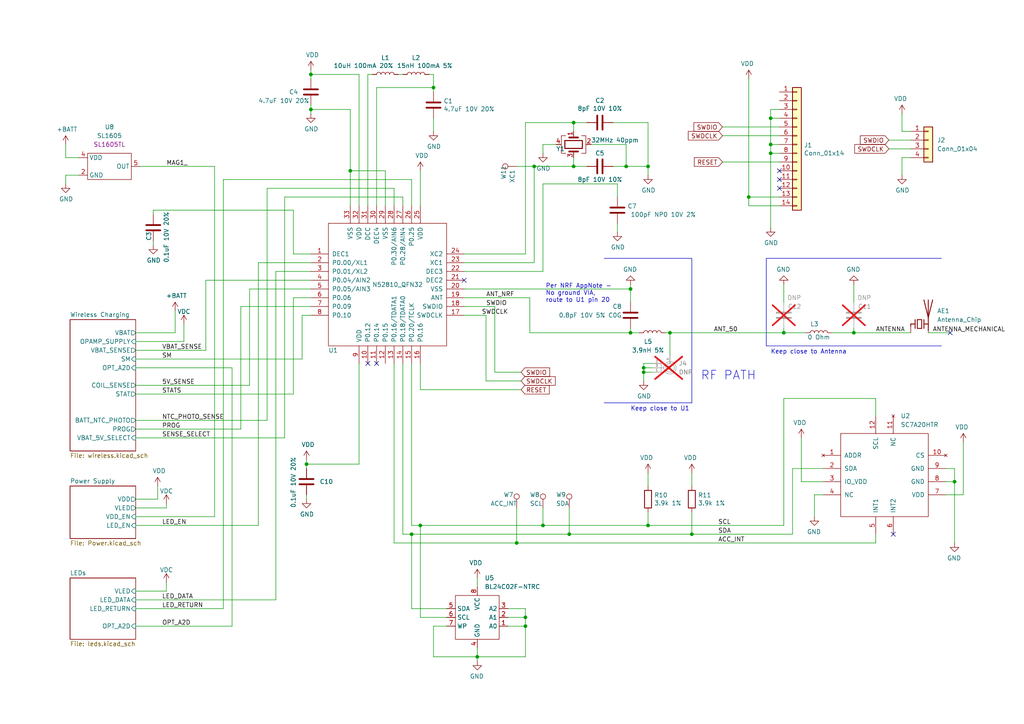
<source format=kicad_sch>
(kicad_sch (version 20250114) (generator "eeschema") (generator_version "9.0")
  (paper "A4")
  (title_block (title "Pixels D6V10 Schematic, Main") (date "2025-10-10") (rev "13") (company "Systemic Games, LLC") (comment 1 "Main MCU, Accelerometer and Radio"))
  (lib_symbols
    (symbol "Connector_Generic:Conn_01x04" (pin_names (offset 1.016) (hide yes))
      (property "Reference" "J" (at 0 5.08 0))
      (property "Value" "Conn_01x04" (at 0 -7.62 0))
      (symbol "Conn_01x04_1_1"
        (rectangle (start -1.27 3.81) (end 1.27 -6.35) (stroke (width 0.254)) (fill (type background)))
        (rectangle (start -1.27 2.667) (end 0 2.413) (stroke (width 0.1524)))
        (rectangle (start -1.27 0.127) (end 0 -0.127) (stroke (width 0.1524)))
        (rectangle (start -1.27 -2.413) (end 0 -2.667) (stroke (width 0.1524)))
        (rectangle (start -1.27 -4.953) (end 0 -5.207) (stroke (width 0.1524)))
        (pin passive line (at -5.08 2.54 0) (length 3.81) (name "Pin_1") (number "1"))
        (pin passive line (at -5.08 0 0) (length 3.81) (name "Pin_2") (number "2"))
        (pin passive line (at -5.08 -2.54 0) (length 3.81) (name "Pin_3") (number "3"))
        (pin passive line (at -5.08 -5.08 0) (length 3.81) (name "Pin_4") (number "4"))
      )
    )
    (symbol "Connector_Generic:Conn_01x14" (pin_names (offset 1.016) (hide yes))
      (property "Reference" "J" (at 0 17.78 0))
      (property "Value" "Conn_01x14" (at 0 -20.32 0))
      (symbol "Conn_01x14_1_1"
        (rectangle (start -1.27 16.51) (end 1.27 -19.05) (stroke (width 0.254)) (fill (type background)))
        (rectangle (start -1.27 15.367) (end 0 15.113) (stroke (width 0.1524)))
        (rectangle (start -1.27 12.827) (end 0 12.573) (stroke (width 0.1524)))
        (rectangle (start -1.27 10.287) (end 0 10.033) (stroke (width 0.1524)))
        (rectangle (start -1.27 7.747) (end 0 7.493) (stroke (width 0.1524)))
        (rectangle (start -1.27 5.207) (end 0 4.953) (stroke (width 0.1524)))
        (rectangle (start -1.27 2.667) (end 0 2.413) (stroke (width 0.1524)))
        (rectangle (start -1.27 0.127) (end 0 -0.127) (stroke (width 0.1524)))
        (rectangle (start -1.27 -2.413) (end 0 -2.667) (stroke (width 0.1524)))
        (rectangle (start -1.27 -4.953) (end 0 -5.207) (stroke (width 0.1524)))
        (rectangle (start -1.27 -7.493) (end 0 -7.747) (stroke (width 0.1524)))
        (rectangle (start -1.27 -10.033) (end 0 -10.287) (stroke (width 0.1524)))
        (rectangle (start -1.27 -12.573) (end 0 -12.827) (stroke (width 0.1524)))
        (rectangle (start -1.27 -15.113) (end 0 -15.367) (stroke (width 0.1524)))
        (rectangle (start -1.27 -17.653) (end 0 -17.907) (stroke (width 0.1524)))
        (pin passive line (at -5.08 15.24 0) (length 3.81) (name "Pin_1") (number "1"))
        (pin passive line (at -5.08 12.7 0) (length 3.81) (name "Pin_2") (number "2"))
        (pin passive line (at -5.08 10.16 0) (length 3.81) (name "Pin_3") (number "3"))
        (pin passive line (at -5.08 7.62 0) (length 3.81) (name "Pin_4") (number "4"))
        (pin passive line (at -5.08 5.08 0) (length 3.81) (name "Pin_5") (number "5"))
        (pin passive line (at -5.08 2.54 0) (length 3.81) (name "Pin_6") (number "6"))
        (pin passive line (at -5.08 0 0) (length 3.81) (name "Pin_7") (number "7"))
        (pin passive line (at -5.08 -2.54 0) (length 3.81) (name "Pin_8") (number "8"))
        (pin passive line (at -5.08 -5.08 0) (length 3.81) (name "Pin_9") (number "9"))
        (pin passive line (at -5.08 -7.62 0) (length 3.81) (name "Pin_10") (number "10"))
        (pin passive line (at -5.08 -10.16 0) (length 3.81) (name "Pin_11") (number "11"))
        (pin passive line (at -5.08 -12.7 0) (length 3.81) (name "Pin_12") (number "12"))
        (pin passive line (at -5.08 -15.24 0) (length 3.81) (name "Pin_13") (number "13"))
        (pin passive line (at -5.08 -17.78 0) (length 3.81) (name "Pin_14") (number "14"))
      )
    )
    (symbol "Device:Antenna_Chip" (pin_numbers (hide yes)) (pin_names (offset 1.016) (hide yes))
      (property "Reference" "AE" (at 0 5.08 0))
      (property "Value" "Antenna_Chip" (at 0 3.175 0))
      (symbol "Antenna_Chip_0_1"
        (polyline (pts (xy -2.54 0) (xy -2.54 -0.635)) (stroke (width 0.254)))
        (polyline (pts (xy -2.54 0) (xy -1.27 0)) (stroke (width 0.254)))
        (polyline (pts (xy -1.27 1.27) (xy -1.27 -1.27) (xy -1.27 0)) (stroke (width 0.254)))
        (polyline (pts (xy -0.635 1.27) (xy 0.635 1.27) (xy 0.635 -1.27) (xy -0.635 -1.27) (xy -0.635 1.27)) (stroke (width 0.254)))
        (polyline (pts (xy 1.27 1.27) (xy 1.27 -1.27)) (stroke (width 0.254)))
        (polyline (pts (xy 1.27 0) (xy 2.54 0)) (stroke (width 0.254)))
        (polyline (pts (xy 2.54 6.985) (xy 2.54 -1.905)) (stroke (width 0.254)))
        (polyline (pts (xy 2.54 -0.635) (xy 2.54 0)))
        (polyline (pts (xy 3.81 6.985) (xy 2.54 1.905) (xy 1.27 6.985)) (stroke (width 0.254)))
      )
      (symbol "Antenna_Chip_1_1"
        (pin input line (at -2.54 -2.54 90) (length 2.54) (name "FEED") (number "1"))
        (pin passive line (at 2.54 -2.54 90) (length 2.54) (name "PCB_Trace") (number "2"))
      )
    )
    (symbol "Device:C" (pin_numbers (hide yes)) (pin_names (offset 0.254))
      (property "Reference" "C" (at 0.635 2.54 0))
      (property "Value" "C" (at 0.635 -2.54 0))
      (symbol "C_0_1"
        (polyline (pts (xy -2.032 0.762) (xy 2.032 0.762)) (stroke (width 0.508)))
        (polyline (pts (xy -2.032 -0.762) (xy 2.032 -0.762)) (stroke (width 0.508)))
      )
      (symbol "C_1_1"
        (pin passive line (at 0 3.81 270) (length 2.794) (name "~") (number "1"))
        (pin passive line (at 0 -3.81 90) (length 2.794) (name "~") (number "2"))
      )
    )
    (symbol "Device:Crystal_GND24" (pin_names (offset 1.016) (hide yes))
      (property "Reference" "Y" (at 3.175 5.08 0))
      (property "Value" "Crystal_GND24" (at 3.175 3.175 0))
      (symbol "Crystal_GND24_0_1"
        (polyline (pts (xy -2.54 2.286) (xy -2.54 3.556) (xy 2.54 3.556) (xy 2.54 2.286)))
        (polyline (pts (xy -2.54 0) (xy -2.032 0)))
        (polyline (pts (xy -2.54 -2.286) (xy -2.54 -3.556) (xy 2.54 -3.556) (xy 2.54 -2.286)))
        (polyline (pts (xy -2.032 -1.27) (xy -2.032 1.27)) (stroke (width 0.508)))
        (rectangle (start -1.143 2.54) (end 1.143 -2.54) (stroke (width 0.3048)))
        (polyline (pts (xy 0 3.556) (xy 0 3.81)))
        (polyline (pts (xy 0 -3.81) (xy 0 -3.556)))
        (polyline (pts (xy 2.032 0) (xy 2.54 0)))
        (polyline (pts (xy 2.032 -1.27) (xy 2.032 1.27)) (stroke (width 0.508)))
      )
      (symbol "Crystal_GND24_1_1"
        (pin passive line (at -3.81 0 0) (length 1.27) (name "1") (number "1"))
        (pin passive line (at 0 5.08 270) (length 1.27) (name "2") (number "2"))
        (pin passive line (at 0 -5.08 90) (length 1.27) (name "4") (number "4"))
        (pin passive line (at 3.81 0 180) (length 1.27) (name "3") (number "3"))
      )
    )
    (symbol "Device:L" (pin_numbers (hide yes)) (pin_names (offset 1.016) (hide yes))
      (property "Reference" "L" (at -1.27 0 90))
      (property "Value" "L" (at 1.905 0 90))
      (symbol "L_0_1"
        (arc (start 0 2.54) (mid 0.6323 1.905) (end 0 1.27))
        (arc (start 0 1.27) (mid 0.6323 0.635) (end 0 0))
        (arc (start 0 0) (mid 0.6323 -0.635) (end 0 -1.27))
        (arc (start 0 -1.27) (mid 0.6323 -1.905) (end 0 -2.54))
      )
      (symbol "L_1_1"
        (pin passive line (at 0 3.81 270) (length 1.27) (name "1") (number "1"))
        (pin passive line (at 0 -3.81 90) (length 1.27) (name "2") (number "2"))
      )
    )
    (symbol "Device:R" (pin_numbers (hide yes)) (pin_names (offset 0))
      (property "Reference" "R" (at 2.032 0 90))
      (property "Value" "R" (at 0 0 90))
      (symbol "R_0_1"
        (rectangle (start -1.016 -2.54) (end 1.016 2.54) (stroke (width 0.254)))
      )
      (symbol "R_1_1"
        (pin passive line (at 0 3.81 270) (length 1.27) (name "~") (number "1"))
        (pin passive line (at 0 -3.81 90) (length 1.27) (name "~") (number "2"))
      )
    )
    (symbol "Pixels-dice:BL24C02F-NTRC"
      (property "Reference" "U" (at 2.286 -11.176 0))
      (property "Value" "BL24C02F-NTRC" (at 9.398 -9.144 0))
      (symbol "BL24C02F-NTRC_0_1"
        (rectangle (start -6.35 6.35) (end 6.35 -6.35))
      )
      (symbol "BL24C02F-NTRC_1_1"
        (pin bidirectional line (at -8.89 2.54 0) (length 2.54) (name "SDA") (number "5"))
        (pin input line (at -8.89 0 0) (length 2.54) (name "SCL") (number "6"))
        (pin input line (at -8.89 -2.54 0) (length 2.54) (name "WP") (number "7"))
        (pin power_in line (at 0 8.89 270) (length 2.54) (name "VCC") (number "8"))
        (pin power_in line (at 0 -8.89 90) (length 2.54) (name "GND") (number "4"))
        (pin input line (at 8.89 2.54 180) (length 2.54) (name "A2") (number "3"))
        (pin input line (at 8.89 0 180) (length 2.54) (name "A1") (number "2"))
        (pin input line (at 8.89 -2.54 180) (length 2.54) (name "A0") (number "1"))
      )
    )
    (symbol "Pixels-dice:N52810_QFN32" (pin_names (offset 1.016))
      (property "Reference" "U" (at 13.97 -19.05 0))
      (property "Value" "N52810_QFN32" (at 2.54 0 0))
      (symbol "N52810_QFN32_0_1"
        (rectangle (start -17.78 17.78) (end 16.51 -17.78))
      )
      (symbol "N52810_QFN32_1_1"
        (pin power_out line (at -22.86 8.89 0) (length 5.08) (name "DEC1") (number "1"))
        (pin bidirectional line (at -22.86 6.35 0) (length 5.08) (name "P0.00/XL1") (number "2"))
        (pin bidirectional line (at -22.86 3.81 0) (length 5.08) (name "P0.01/XL2") (number "3"))
        (pin bidirectional line (at -22.86 1.27 0) (length 5.08) (name "P0.04/AIN2") (number "4"))
        (pin bidirectional line (at -22.86 -1.27 0) (length 5.08) (name "P0.05/AIN3") (number "5"))
        (pin bidirectional line (at -22.86 -3.81 0) (length 5.08) (name "P0.06") (number "6"))
        (pin bidirectional line (at -22.86 -6.35 0) (length 5.08) (name "P0.09") (number "7"))
        (pin bidirectional line (at -22.86 -8.89 0) (length 5.08) (name "P0.10") (number "8"))
        (pin power_in line (at -11.43 22.86 270) (length 5.08) (name "VSS") (number "33"))
        (pin power_in line (at -8.89 22.86 270) (length 5.08) (name "VDD") (number "32"))
        (pin power_in line (at -8.89 -22.86 90) (length 5.08) (name "VDD") (number "9"))
        (pin output line (at -6.35 22.86 270) (length 5.08) (name "DCC") (number "31"))
        (pin bidirectional line (at -6.35 -22.86 90) (length 5.08) (name "P0.12") (number "10"))
        (pin output line (at -3.81 22.86 270) (length 5.08) (name "DEC4") (number "30"))
        (pin bidirectional line (at -3.81 -22.86 90) (length 5.08) (name "P0.14") (number "11"))
        (pin power_in line (at -1.27 22.86 270) (length 5.08) (name "VSS") (number "29"))
        (pin bidirectional line (at -1.27 -22.86 90) (length 5.08) (name "P0.15") (number "12"))
        (pin bidirectional line (at 1.27 22.86 270) (length 5.08) (name "P0.30/AIN6") (number "28"))
        (pin bidirectional line (at 1.27 -22.86 90) (length 5.08) (name "P0.16/TDATA1") (number "13"))
        (pin bidirectional line (at 3.81 22.86 270) (length 5.08) (name "P0.28/AIN4") (number "27"))
        (pin bidirectional line (at 3.81 -22.86 90) (length 5.08) (name "P0.18/TDATA0") (number "14"))
        (pin bidirectional line (at 6.35 22.86 270) (length 5.08) (name "P0.25") (number "26"))
        (pin bidirectional line (at 6.35 -22.86 90) (length 5.08) (name "P0.20/TCLK") (number "15"))
        (pin power_in line (at 8.89 22.86 270) (length 5.08) (name "VDD") (number "25"))
        (pin bidirectional line (at 8.89 -22.86 90) (length 5.08) (name "P0.16") (number "16"))
        (pin input line (at 21.59 8.89 180) (length 5.08) (name "XC2") (number "24"))
        (pin output line (at 21.59 6.35 180) (length 5.08) (name "XC1") (number "23"))
        (pin output line (at 21.59 3.81 180) (length 5.08) (name "DEC3") (number "22"))
        (pin output line (at 21.59 1.27 180) (length 5.08) (name "DEC2") (number "21"))
        (pin output line (at 21.59 -1.27 180) (length 5.08) (name "VSS") (number "20"))
        (pin output line (at 21.59 -3.81 180) (length 5.08) (name "ANT") (number "19"))
        (pin bidirectional line (at 21.59 -6.35 180) (length 5.08) (name "SWDIO") (number "18"))
        (pin bidirectional line (at 21.59 -8.89 180) (length 5.08) (name "SWDCLK") (number "17"))
      )
    )
    (symbol "Pixels-dice:SC7A20HTR" (pin_names (offset 1.016))
      (property "Reference" "U" (at 10.16 -12.7 0))
      (property "Value" "SC7A20HTR" (at 8.89 13.97 0))
      (symbol "SC7A20HTR_0_1"
        (rectangle (start -12.7 12.7) (end 12.7 -11.43))
      )
      (symbol "SC7A20HTR_1_1"
        (pin no_connect line (at -17.78 6.35 0) (length 5.08) (name "ADDR") (number "1"))
        (pin bidirectional line (at -17.78 2.54 0) (length 5.08) (name "SDA") (number "2"))
        (pin power_in line (at -17.78 -1.27 0) (length 5.08) (name "IO_VDD") (number "3"))
        (pin input line (at -17.78 -5.08 0) (length 5.08) (name "NC") (number "4"))
        (pin input line (at -2.54 17.78 270) (length 5.08) (name "SCL") (number "12"))
        (pin output line (at -2.54 -16.51 90) (length 5.08) (name "INT1") (number "5"))
        (pin no_connect line (at 2.54 17.78 270) (length 5.08) (name "NC") (number "11"))
        (pin output line (at 2.54 -16.51 90) (length 5.08) (name "INT2") (number "6"))
        (pin no_connect line (at 17.78 6.35 180) (length 5.08) (name "CS") (number "10"))
        (pin power_in line (at 17.78 2.54 180) (length 5.08) (name "GND") (number "9"))
        (pin power_in line (at 17.78 -1.27 180) (length 5.08) (name "GND") (number "8"))
        (pin power_in line (at 17.78 -5.08 180) (length 5.08) (name "VDD") (number "7"))
      )
    )
    (symbol "Pixels-dice:SL1605"
      (property "Reference" "U" (at 4.064 -5.08 0))
      (property "Value" "SL1605" (at 0 5.588 0))
      (symbol "SL1605_0_1"
        (rectangle (start -6.35 3.81) (end 6.35 -3.81))
      )
      (symbol "SL1605_1_1"
        (pin power_in line (at -8.89 2.54 0) (length 2.54) (name "VDD") (number "4"))
        (pin power_in line (at -8.89 -2.54 0) (length 2.54) (name "GND") (number "2"))
        (pin output line (at 8.89 0 180) (length 2.54) (name "OUT") (number "5"))
      )
    )
    (symbol "Pixels-dice:TEST_1P-conn" (pin_numbers (hide yes)) (pin_names (offset 0.762) (hide yes))
      (property "Reference" "W" (at 0 6.858 0))
      (property "Value" "TEST_1P-conn" (at 0 5.08 0))
      (symbol "TEST_1P-conn_0_1"
        (circle (center 0 3.302) (radius 0.762))
      )
      (symbol "TEST_1P-conn_1_1"
        (pin passive line (at 0 0 90) (length 2.54) (name "1") (number "1"))
      )
    )
    (symbol "Pixels-dice:W.FL"
      (property "Reference" "J" (at 3.81 -1.27 0))
      (property "Value" "W.FL" (at 4.445 1.27 0))
      (symbol "W.FL_0_1"
        (polyline (pts (xy -1.27 -2.54) (xy 1.27 -2.54)))
        (circle (center 0 0) (radius 1.27))
        (circle (center 0 0) (radius 1.7961))
        (polyline (pts (xy 0 -2.54) (xy 0 -1.905)))
      )
      (symbol "W.FL_1_1"
        (pin passive line (at -3.81 0 0) (length 2.54) (name "RF") (number "4"))
        (pin passive line (at -1.27 -5.08 90) (length 2.54) (name "") (number "2"))
        (pin passive line (at 0 -5.08 90) (length 2.54) (name "") (number "3"))
        (pin passive line (at 1.27 -5.08 90) (length 2.54) (name "") (number "1"))
      )
    )
    (symbol "power:+BATT" (power) (pin_names (offset 0))
      (property "Value" "+BATT" (at 0 3.556 0))
      (symbol "+BATT_0_1"
        (polyline (pts (xy -0.762 1.27) (xy 0 2.54)))
        (polyline (pts (xy 0 2.54) (xy 0.762 1.27)))
        (polyline (pts (xy 0 0) (xy 0 2.54)))
      )
      (symbol "+BATT_1_1"
        (pin power_in line (at 0 0 90) (length 0) (hide yes) (name "+BATT") (number "1"))
      )
    )
    (symbol "power:GND" (power) (pin_names (offset 0))
      (property "Value" "GND" (at 0 -3.81 0))
      (symbol "GND_0_1"
        (polyline (pts (xy 0 0) (xy 0 -1.27) (xy 1.27 -1.27) (xy 0 -2.54) (xy -1.27 -1.27) (xy 0 -1.27)))
      )
      (symbol "GND_1_1"
        (pin power_in line (at 0 0 270) (length 0) (hide yes) (name "GND") (number "1"))
      )
    )
    (symbol "power:VDC" (power) (pin_names (offset 0))
      (property "Value" "VDC" (at 0 6.35 0))
      (symbol "VDC_0_1"
        (polyline (pts (xy -0.762 1.27) (xy 0 2.54)))
        (polyline (pts (xy 0 2.54) (xy 0.762 1.27)))
        (polyline (pts (xy 0 0) (xy 0 2.54)))
      )
      (symbol "VDC_1_1"
        (pin power_in line (at 0 0 90) (length 0) (hide yes) (name "VDC") (number "1"))
      )
    )
    (symbol "power:VDD" (power) (pin_names (offset 0))
      (property "Value" "VDD" (at 0 3.81 0))
      (symbol "VDD_0_1"
        (polyline (pts (xy -0.762 1.27) (xy 0 2.54)))
        (polyline (pts (xy 0 2.54) (xy 0.762 1.27)))
        (polyline (pts (xy 0 0) (xy 0 2.54)))
      )
      (symbol "VDD_1_1"
        (pin power_in line (at 0 0 90) (length 0) (hide yes) (name "VDD") (number "1"))
      )
    )
  )
  (text "Per NRF AppNote -\nNo ground VIA,\nroute to U1 pin 20" (at 158.242 87.884 0) (effects (font (size 1.27 1.27)) (justify left bottom)))
  (text "RF PATH" (at 203.2 110.49 0) (effects (font (size 2.54 2.54)) (justify left bottom)))
  (text "Keep close to Antenna" (at 223.52 102.87 0) (effects (font (size 1.27 1.27)) (justify left bottom)))
  (text "Keep close to U1" (at 182.88 119.38 0) (effects (font (size 1.27 1.27)) (justify left bottom)))
  (junction (at 138.43 190.5))
  (junction (at 101.6 49.53))
  (junction (at 181.61 48.26))
  (junction (at 194.31 96.52))
  (junction (at 187.96 152.4))
  (junction (at 166.37 48.26))
  (junction (at 223.52 41.91))
  (junction (at 149.86 157.48))
  (junction (at 165.1 154.94))
  (junction (at 200.66 154.94))
  (junction (at 182.88 96.52))
  (junction (at 227.33 96.52))
  (junction (at 125.73 25.4))
  (junction (at 182.88 83.82))
  (junction (at 152.4 181.61))
  (junction (at 90.17 21.59))
  (junction (at 223.52 34.29))
  (junction (at 88.9 134.62))
  (junction (at 247.65 96.52))
  (junction (at 187.96 48.26))
  (junction (at 121.92 152.4))
  (junction (at 217.17 57.15))
  (junction (at 119.38 154.94))
  (junction (at 157.48 152.4))
  (junction (at 90.17 31.75))
  (junction (at 152.4 179.07))
  (junction (at 223.52 44.45))
  (junction (at 186.69 107.95))
  (junction (at 276.86 139.7))
  (junction (at 154.94 48.26))
  (junction (at 166.37 35.56))
  (junction (at 186.69 106.68))
  (no_connect (at 275.59 96.52))
  (no_connect (at 226.06 49.53))
  (no_connect (at 259.08 154.94))
  (no_connect (at 226.06 52.07))
  (no_connect (at 134.62 81.28))
  (no_connect (at 106.68 105.41))
  (no_connect (at 226.06 54.61))
  (no_connect (at 109.22 105.41))
  (wire (pts (xy 101.6 31.75) (xy 90.17 31.75)))
  (wire (pts (xy 101.6 59.69) (xy 101.6 49.53)))
  (wire (pts (xy 125.73 190.5) (xy 138.43 190.5)))
  (wire (pts (xy 209.55 46.99) (xy 226.06 46.99)))
  (wire (pts (xy 149.86 147.32) (xy 149.86 157.48)))
  (wire (pts (xy 181.61 41.91) (xy 181.61 48.26)))
  (wire (pts (xy 80.01 78.74) (xy 90.17 78.74)))
  (wire (pts (xy 149.86 48.26) (xy 154.94 48.26)))
  (wire (pts (xy 154.94 76.2) (xy 154.94 48.26)))
  (wire (pts (xy 90.17 20.32) (xy 90.17 21.59)))
  (wire (pts (xy 67.31 106.68) (xy 67.31 181.61)))
  (wire (pts (xy 48.26 146.05) (xy 48.26 147.32)))
  (wire (pts (xy 90.17 88.9) (xy 69.85 88.9)))
  (wire (pts (xy 152.4 181.61) (xy 152.4 190.5)))
  (wire (pts (xy 67.31 181.61) (xy 39.37 181.61)))
  (wire (pts (xy 177.8 48.26) (xy 181.61 48.26)))
  (wire (pts (xy 140.97 110.49) (xy 151.13 110.49)))
  (wire (pts (xy 39.37 104.14) (xy 87.63 104.14)))
  (wire (pts (xy 119.38 52.07) (xy 64.77 52.07)))
  (wire (pts (xy 114.3 157.48) (xy 114.3 105.41)))
  (wire (pts (xy 223.52 31.75) (xy 223.52 34.29)))
  (polyline (pts (xy 222.25 74.93) (xy 222.25 100.33)))
  (wire (pts (xy 134.62 73.66) (xy 152.4 73.66)))
  (wire (pts (xy 187.96 35.56) (xy 187.96 48.26)))
  (wire (pts (xy 39.37 173.99) (xy 80.01 173.99)))
  (wire (pts (xy 166.37 35.56) (xy 170.18 35.56)))
  (wire (pts (xy 87.63 91.44) (xy 90.17 91.44)))
  (wire (pts (xy 217.17 57.15) (xy 217.17 59.69)))
  (wire (pts (xy 189.23 106.68) (xy 186.69 106.68)))
  (wire (pts (xy 226.06 57.15) (xy 217.17 57.15)))
  (wire (pts (xy 85.09 86.36) (xy 90.17 86.36)))
  (polyline (pts (xy 222.25 100.33) (xy 273.05 100.33)))
  (wire (pts (xy 134.62 86.36) (xy 153.67 86.36)))
  (wire (pts (xy 39.37 147.32) (xy 48.26 147.32)))
  (wire (pts (xy 59.69 81.28) (xy 59.69 101.6)))
  (wire (pts (xy 152.4 179.07) (xy 152.4 181.61)))
  (wire (pts (xy 121.92 152.4) (xy 121.92 179.07)))
  (wire (pts (xy 186.69 105.41) (xy 186.69 106.68)))
  (wire (pts (xy 226.06 44.45) (xy 223.52 44.45)))
  (wire (pts (xy 125.73 34.29) (xy 125.73 38.1)))
  (wire (pts (xy 39.37 111.76) (xy 72.39 111.76)))
  (wire (pts (xy 107.95 21.59) (xy 106.68 21.59)))
  (wire (pts (xy 39.37 171.45) (xy 48.26 171.45)))
  (wire (pts (xy 88.9 134.62) (xy 88.9 135.89)))
  (wire (pts (xy 182.88 95.25) (xy 182.88 96.52)))
  (wire (pts (xy 134.62 83.82) (xy 182.88 83.82)))
  (wire (pts (xy 88.9 134.62) (xy 104.14 134.62)))
  (wire (pts (xy 149.86 157.48) (xy 254 157.48)))
  (wire (pts (xy 121.92 113.03) (xy 151.13 113.03)))
  (wire (pts (xy 39.37 127) (xy 82.55 127)))
  (wire (pts (xy 77.47 54.61) (xy 114.3 54.61)))
  (wire (pts (xy 39.37 149.86) (xy 62.23 149.86)))
  (wire (pts (xy 152.4 73.66) (xy 152.4 35.56)))
  (wire (pts (xy 53.34 93.98) (xy 53.34 99.06)))
  (wire (pts (xy 134.62 88.9) (xy 143.51 88.9)))
  (wire (pts (xy 226.06 34.29) (xy 223.52 34.29)))
  (wire (pts (xy 153.67 96.52) (xy 182.88 96.52)))
  (wire (pts (xy 39.37 106.68) (xy 67.31 106.68)))
  (wire (pts (xy 254 115.57) (xy 227.33 115.57)))
  (wire (pts (xy 85.09 114.3) (xy 39.37 114.3)))
  (wire (pts (xy 88.9 134.62) (xy 88.9 133.35)))
  (wire (pts (xy 189.23 107.95) (xy 186.69 107.95)))
  (wire (pts (xy 143.51 107.95) (xy 151.13 107.95)))
  (wire (pts (xy 254 120.65) (xy 254 115.57)))
  (wire (pts (xy 69.85 88.9) (xy 69.85 124.46)))
  (wire (pts (xy 147.32 176.53) (xy 152.4 176.53)))
  (wire (pts (xy 116.84 57.15) (xy 116.84 59.69)))
  (wire (pts (xy 161.29 41.91) (xy 157.48 41.91)))
  (wire (pts (xy 257.81 43.18) (xy 264.16 43.18)))
  (wire (pts (xy 90.17 21.59) (xy 90.17 22.86)))
  (wire (pts (xy 40.64 48.26) (xy 62.23 48.26)))
  (wire (pts (xy 236.22 143.51) (xy 236.22 149.86)))
  (wire (pts (xy 121.92 49.53) (xy 121.92 59.69)))
  (wire (pts (xy 125.73 25.4) (xy 125.73 26.67)))
  (wire (pts (xy 45.72 144.78) (xy 45.72 140.97)))
  (wire (pts (xy 186.69 106.68) (xy 186.69 107.95)))
  (wire (pts (xy 274.32 139.7) (xy 276.86 139.7)))
  (wire (pts (xy 194.31 96.52) (xy 194.31 102.87)))
  (wire (pts (xy 209.55 39.37) (xy 226.06 39.37)))
  (wire (pts (xy 152.4 190.5) (xy 138.43 190.5)))
  (wire (pts (xy 125.73 181.61) (xy 125.73 190.5)))
  (wire (pts (xy 87.63 104.14) (xy 87.63 91.44)))
  (wire (pts (xy 82.55 57.15) (xy 82.55 127)))
  (wire (pts (xy 124.46 21.59) (xy 125.73 21.59)))
  (wire (pts (xy 125.73 25.4) (xy 109.22 25.4)))
  (wire (pts (xy 165.1 154.94) (xy 200.66 154.94)))
  (wire (pts (xy 90.17 76.2) (xy 74.93 76.2)))
  (wire (pts (xy 193.04 96.52) (xy 194.31 96.52)))
  (wire (pts (xy 177.8 35.56) (xy 187.96 35.56)))
  (wire (pts (xy 200.66 148.59) (xy 200.66 154.94)))
  (wire (pts (xy 19.05 41.91) (xy 19.05 45.72)))
  (wire (pts (xy 39.37 124.46) (xy 69.85 124.46)))
  (wire (pts (xy 119.38 154.94) (xy 165.1 154.94)))
  (polyline (pts (xy 175.26 116.84) (xy 200.66 116.84)))
  (wire (pts (xy 134.62 78.74) (xy 157.48 78.74)))
  (wire (pts (xy 152.4 176.53) (xy 152.4 179.07)))
  (wire (pts (xy 279.4 143.51) (xy 274.32 143.51)))
  (wire (pts (xy 154.94 48.26) (xy 166.37 48.26)))
  (wire (pts (xy 247.65 82.55) (xy 247.65 87.63)))
  (wire (pts (xy 39.37 99.06) (xy 53.34 99.06)))
  (wire (pts (xy 187.96 148.59) (xy 187.96 152.4)))
  (wire (pts (xy 72.39 111.76) (xy 72.39 83.82)))
  (wire (pts (xy 147.32 181.61) (xy 152.4 181.61)))
  (wire (pts (xy 209.55 36.83) (xy 226.06 36.83)))
  (wire (pts (xy 227.33 96.52) (xy 233.68 96.52)))
  (wire (pts (xy 62.23 149.86) (xy 62.23 48.26)))
  (wire (pts (xy 194.31 96.52) (xy 227.33 96.52)))
  (wire (pts (xy 238.76 135.89) (xy 229.87 135.89)))
  (wire (pts (xy 254 154.94) (xy 254 157.48)))
  (wire (pts (xy 138.43 167.64) (xy 138.43 170.18)))
  (polyline (pts (xy 200.66 74.93) (xy 200.66 116.84)))
  (wire (pts (xy 166.37 48.26) (xy 170.18 48.26)))
  (wire (pts (xy 182.88 82.55) (xy 182.88 83.82)))
  (wire (pts (xy 22.86 50.8) (xy 19.05 50.8)))
  (wire (pts (xy 179.07 53.34) (xy 179.07 57.15)))
  (wire (pts (xy 114.3 157.48) (xy 149.86 157.48)))
  (wire (pts (xy 261.62 33.02) (xy 261.62 38.1)))
  (wire (pts (xy 88.9 143.51) (xy 88.9 144.78)))
  (wire (pts (xy 90.17 31.75) (xy 90.17 33.02)))
  (wire (pts (xy 200.66 137.16) (xy 200.66 140.97)))
  (wire (pts (xy 157.48 152.4) (xy 187.96 152.4)))
  (wire (pts (xy 138.43 190.5) (xy 138.43 191.77)))
  (wire (pts (xy 134.62 76.2) (xy 154.94 76.2)))
  (wire (pts (xy 152.4 35.56) (xy 166.37 35.56)))
  (wire (pts (xy 116.84 154.94) (xy 119.38 154.94)))
  (wire (pts (xy 39.37 144.78) (xy 45.72 144.78)))
  (wire (pts (xy 19.05 50.8) (xy 19.05 53.34)))
  (wire (pts (xy 186.69 107.95) (xy 186.69 110.49)))
  (wire (pts (xy 39.37 121.92) (xy 77.47 121.92)))
  (wire (pts (xy 125.73 21.59) (xy 125.73 25.4)))
  (wire (pts (xy 200.66 154.94) (xy 229.87 154.94)))
  (wire (pts (xy 241.3 96.52) (xy 247.65 96.52)))
  (wire (pts (xy 74.93 76.2) (xy 74.93 152.4)))
  (wire (pts (xy 238.76 143.51) (xy 236.22 143.51)))
  (wire (pts (xy 217.17 22.86) (xy 217.17 57.15)))
  (wire (pts (xy 238.76 139.7) (xy 232.41 139.7)))
  (wire (pts (xy 72.39 83.82) (xy 90.17 83.82)))
  (wire (pts (xy 276.86 139.7) (xy 276.86 157.48)))
  (wire (pts (xy 90.17 73.66) (xy 85.09 73.66)))
  (wire (pts (xy 59.69 81.28) (xy 90.17 81.28)))
  (wire (pts (xy 227.33 82.55) (xy 227.33 87.63)))
  (wire (pts (xy 77.47 121.92) (xy 77.47 54.61)))
  (wire (pts (xy 232.41 127) (xy 232.41 139.7)))
  (wire (pts (xy 104.14 21.59) (xy 90.17 21.59)))
  (wire (pts (xy 261.62 38.1) (xy 264.16 38.1)))
  (wire (pts (xy 140.97 91.44) (xy 140.97 110.49)))
  (wire (pts (xy 101.6 49.53) (xy 101.6 31.75)))
  (wire (pts (xy 223.52 44.45) (xy 223.52 66.04)))
  (wire (pts (xy 171.45 41.91) (xy 181.61 41.91)))
  (polyline (pts (xy 175.26 74.93) (xy 200.66 74.93)))
  (wire (pts (xy 229.87 135.89) (xy 229.87 154.94)))
  (wire (pts (xy 276.86 135.89) (xy 276.86 139.7)))
  (wire (pts (xy 119.38 154.94) (xy 119.38 176.53)))
  (wire (pts (xy 226.06 41.91) (xy 223.52 41.91)))
  (wire (pts (xy 121.92 113.03) (xy 121.92 105.41)))
  (wire (pts (xy 153.67 86.36) (xy 153.67 96.52)))
  (polyline (pts (xy 222.25 74.93) (xy 273.05 74.93)))
  (wire (pts (xy 134.62 91.44) (xy 140.97 91.44)))
  (wire (pts (xy 165.1 147.32) (xy 165.1 154.94)))
  (wire (pts (xy 274.32 135.89) (xy 276.86 135.89)))
  (wire (pts (xy 44.45 69.85) (xy 44.45 71.12)))
  (wire (pts (xy 119.38 176.53) (xy 129.54 176.53)))
  (wire (pts (xy 111.76 59.69) (xy 111.76 49.53)))
  (wire (pts (xy 106.68 21.59) (xy 106.68 59.69)))
  (wire (pts (xy 111.76 49.53) (xy 101.6 49.53)))
  (wire (pts (xy 223.52 41.91) (xy 223.52 44.45)))
  (wire (pts (xy 138.43 187.96) (xy 138.43 190.5)))
  (wire (pts (xy 157.48 147.32) (xy 157.48 152.4)))
  (wire (pts (xy 44.45 60.96) (xy 85.09 60.96)))
  (wire (pts (xy 39.37 176.53) (xy 64.77 176.53)))
  (wire (pts (xy 121.92 152.4) (xy 157.48 152.4)))
  (wire (pts (xy 187.96 137.16) (xy 187.96 140.97)))
  (wire (pts (xy 119.38 59.69) (xy 119.38 52.07)))
  (wire (pts (xy 261.62 45.72) (xy 261.62 50.8)))
  (wire (pts (xy 143.51 88.9) (xy 143.51 107.95)))
  (wire (pts (xy 129.54 179.07) (xy 121.92 179.07)))
  (wire (pts (xy 64.77 52.07) (xy 64.77 176.53)))
  (wire (pts (xy 90.17 30.48) (xy 90.17 31.75)))
  (wire (pts (xy 279.4 128.27) (xy 279.4 143.51)))
  (wire (pts (xy 157.48 53.34) (xy 157.48 78.74)))
  (wire (pts (xy 19.05 45.72) (xy 22.86 45.72)))
  (wire (pts (xy 109.22 25.4) (xy 109.22 59.69)))
  (wire (pts (xy 80.01 78.74) (xy 80.01 173.99)))
  (wire (pts (xy 181.61 48.26) (xy 187.96 48.26)))
  (wire (pts (xy 247.65 96.52) (xy 264.16 96.52)))
  (wire (pts (xy 147.32 179.07) (xy 152.4 179.07)))
  (wire (pts (xy 39.37 152.4) (xy 74.93 152.4)))
  (wire (pts (xy 223.52 31.75) (xy 226.06 31.75)))
  (wire (pts (xy 39.37 96.52) (xy 50.8 96.52)))
  (wire (pts (xy 187.96 152.4) (xy 227.33 152.4)))
  (wire (pts (xy 119.38 152.4) (xy 121.92 152.4)))
  (wire (pts (xy 182.88 83.82) (xy 182.88 87.63)))
  (wire (pts (xy 179.07 64.77) (xy 179.07 67.31)))
  (wire (pts (xy 223.52 34.29) (xy 223.52 41.91)))
  (wire (pts (xy 82.55 57.15) (xy 116.84 57.15)))
  (wire (pts (xy 157.48 41.91) (xy 157.48 44.45)))
  (wire (pts (xy 119.38 105.41) (xy 119.38 152.4)))
  (wire (pts (xy 115.57 21.59) (xy 116.84 21.59)))
  (wire (pts (xy 261.62 45.72) (xy 264.16 45.72)))
  (wire (pts (xy 187.96 48.26) (xy 187.96 50.8)))
  (wire (pts (xy 166.37 45.72) (xy 166.37 48.26)))
  (wire (pts (xy 166.37 38.1) (xy 166.37 35.56)))
  (wire (pts (xy 179.07 53.34) (xy 157.48 53.34)))
  (wire (pts (xy 247.65 95.25) (xy 247.65 96.52)))
  (wire (pts (xy 269.24 96.52) (xy 275.59 96.52)))
  (wire (pts (xy 85.09 60.96) (xy 85.09 73.66)))
  (wire (pts (xy 182.88 96.52) (xy 185.42 96.52)))
  (wire (pts (xy 44.45 60.96) (xy 44.45 62.23)))
  (wire (pts (xy 116.84 105.41) (xy 116.84 154.94)))
  (wire (pts (xy 48.26 168.91) (xy 48.26 171.45)))
  (wire (pts (xy 104.14 21.59) (xy 104.14 59.69)))
  (wire (pts (xy 85.09 86.36) (xy 85.09 114.3)))
  (wire (pts (xy 129.54 181.61) (xy 125.73 181.61)))
  (wire (pts (xy 227.33 115.57) (xy 227.33 152.4)))
  (wire (pts (xy 114.3 54.61) (xy 114.3 59.69)))
  (wire (pts (xy 189.23 105.41) (xy 186.69 105.41)))
  (wire (pts (xy 217.17 59.69) (xy 226.06 59.69)))
  (wire (pts (xy 104.14 105.41) (xy 104.14 134.62)))
  (wire (pts (xy 50.8 90.17) (xy 50.8 96.52)))
  (wire (pts (xy 257.81 40.64) (xy 264.16 40.64)))
  (wire (pts (xy 227.33 95.25) (xy 227.33 96.52)))
  (wire (pts (xy 39.37 101.6) (xy 59.69 101.6)))
  (label "ANTENNA_MECHANICAL" (at 270.51 96.52 0))
  (label "PROG" (at 46.99 124.46 0))
  (label "ACC_INT" (at 208.28 157.48 0))
  (label "ANT_50" (at 207.01 96.52 0))
  (label "SWDCLK" (at 139.7 91.44 0))
  (label "VBAT_SENSE" (at 46.99 101.6 0))
  (label "SENSE_SELECT" (at 46.99 127 0))
  (label "5V_SENSE" (at 46.99 111.76 0))
  (label "NTC_PHOTO_SENSE" (at 46.99 121.92 0))
  (label "ANT_NRF" (at 140.97 86.36 0))
  (label "SDA" (at 208.28 154.94 0))
  (label "SM" (at 46.99 104.14 0))
  (label "LED_EN" (at 46.99 152.4 0))
  (label "ANTENNA" (at 254 96.52 0))
  (label "SWDIO" (at 140.97 88.9 0))
  (label "MAG1_" (at 48.26 48.26 0))
  (label "LED_RETURN" (at 46.99 176.53 0))
  (label "LED_DATA" (at 46.99 173.99 0))
  (label "SCL" (at 208.28 152.4 0))
  (label "OPT_A2D" (at 46.99 181.61 0))
  (label "STATS" (at 46.99 114.3 0))
  (global_label "SWDCLK" (shape input) (at 257.81 43.18 180) (property "Intersheetrefs" "${INTERSHEET_REFS}" (effects (hide yes))))
  (global_label "SWDIO" (shape input) (at 151.13 107.95 0) (property "Intersheetrefs" "${INTERSHEET_REFS}" (effects (hide yes))))
  (global_label "SWDCLK" (shape input) (at 209.55 39.37 180) (property "Intersheetrefs" "${INTERSHEET_REFS}" (effects (hide yes))))
  (global_label "RESET" (shape input) (at 209.55 46.99 180) (property "Intersheetrefs" "${INTERSHEET_REFS}" (effects (hide yes))))
  (global_label "SWDCLK" (shape input) (at 151.13 110.49 0) (property "Intersheetrefs" "${INTERSHEET_REFS}" (effects (hide yes))))
  (global_label "RESET" (shape input) (at 151.13 113.03 0) (property "Intersheetrefs" "${INTERSHEET_REFS}" (effects (hide yes))))
  (global_label "SWDIO" (shape input) (at 209.55 36.83 180) (property "Intersheetrefs" "${INTERSHEET_REFS}" (effects (hide yes))))
  (global_label "SWDIO" (shape input) (at 257.81 40.64 180) (property "Intersheetrefs" "${INTERSHEET_REFS}" (effects (hide yes))))
  (symbol (lib_id "power:GND") (at 88.9 144.78 0) (unit 1)
    (property "Reference" "#PWR016" (effects (hide yes)))
    (property "Value" "GND" (at 89.027 149.1742 0))
  )
  (symbol (lib_id "power:VDD") (at 88.9 133.35 0) (unit 1)
    (property "Reference" "#PWR014" (effects (hide yes)))
    (property "Value" "VDD" (at 89.3318 128.9558 0))
  )
  (symbol (lib_id "Device:C") (at 88.9 139.7 0) (unit 1)
    (property "Reference" "C10" (at 92.71 139.7 0) (effects (justify left)))
    (property "Value" "0.1uF 10V 20%" (at 85.09 147.32 90) (effects (justify left)))
    (property "Footprint" "Capacitor_SMD:C_0201_0603Metric" (effects (hide yes)))
    (property "Generic OK" "YES" (effects (hide yes)))
    (property "Manufacturer" "HRE" (effects (hide yes)))
    (property "Part Number" "CGA0201X5R104K100ET" (effects (hide yes)))
    (property "LCSC Part #" "C6119757" (effects (hide yes)))
  )
  (symbol (lib_id "power:GND") (at 90.17 33.02 0) (unit 1)
    (property "Reference" "#PWR08" (effects (hide yes)))
    (property "Value" "GND" (at 90.297 37.4142 0))
  )
  (symbol (lib_id "power:VDD") (at 90.17 20.32 0) (unit 1)
    (property "Reference" "#PWR01" (effects (hide yes)))
    (property "Value" "VDD" (at 90.6018 15.9258 0))
  )
  (symbol (lib_id "Device:C") (at 90.17 26.67 0) (unit 1)
    (property "Reference" "C4" (at 83.82 26.67 0) (effects (justify left)))
    (property "Value" "4.7uF 10V 20%" (at 74.93 29.21 0) (effects (justify left)))
    (property "Footprint" "Pixels-dice:C_0402_1005Metric" (effects (hide yes)))
    (property "Generic OK" "YES" (effects (hide yes)))
    (property "Manufacturer" "Murata" (effects (hide yes)))
    (property "Part Number" "GRM155R61A475MEAAJ" (effects (hide yes)))
    (property "Alternate Manufacturer" "Samsung Electro-Mechanics" (effects (hide yes)))
    (property "Alternate PN" "CL05A475MP5NRNC" (effects (hide yes)))
    (property "Alternate LCSC Part #" "C23733" (effects (hide yes)))
    (property "LCSC Part #" "C1849652" (effects (hide yes)))
  )
  (symbol (lib_id "power:GND") (at 44.45 71.12 0) (unit 1)
    (property "Reference" "#PWR05" (effects (hide yes)))
    (property "Value" "GND" (at 44.577 75.5142 0))
  )
  (symbol (lib_id "Device:C") (at 44.45 66.04 0) (unit 1)
    (property "Reference" "C3" (at 43.18 69.85 90) (effects (justify left)))
    (property "Value" "0.1uF 10V 20%" (at 48.26 76.2 90) (effects (justify left)))
    (property "Footprint" "Capacitor_SMD:C_0201_0603Metric" (effects (hide yes)))
    (property "Generic OK" "YES" (effects (hide yes)))
    (property "Manufacturer" "HRE" (effects (hide yes)))
    (property "Part Number" "CGA0201X5R104K100ET" (effects (hide yes)))
    (property "LCSC Part #" "C6119757" (effects (hide yes)))
  )
  (symbol (lib_id "Device:L") (at 111.76 21.59 90) (unit 1)
    (property "Reference" "L1" (at 111.76 16.764 90))
    (property "Value" "10uH 100mA 20%" (at 105.41 19.05 90))
    (property "Footprint" "Pixels-dice:C_1.2x1.8" (effects (hide yes)))
    (property "Generic OK" "YES" (effects (hide yes)))
    (property "Manufacturer" "Sunltech Tech" (effects (hide yes)))
    (property "Part Number" "SLC1608F100KTT" (effects (hide yes)))
    (property "LCSC Part #" "C411908" (effects (hide yes)))
  )
  (symbol (lib_id "Device:L") (at 120.65 21.59 90) (unit 1)
    (property "Reference" "L2" (at 120.65 16.764 90))
    (property "Value" "15nH 100mA 5%" (at 123.19 19.05 90))
    (property "Footprint" "Inductor_SMD:L_0402_1005Metric" (effects (hide yes)))
    (property "Generic OK" "YES" (effects (hide yes)))
    (property "Manufacturer" "FH" (effects (hide yes)))
    (property "Part Number" "VHF100505H15NKT" (effects (hide yes)))
    (property "LCSC Part #" "C381880" (effects (hide yes)))
  )
  (symbol (lib_id "Device:C") (at 125.73 30.48 0) (unit 1)
    (property "Reference" "C1" (at 128.651 29.3116 0) (effects (justify left)))
    (property "Value" "4.7uF 10V 20%" (at 128.651 31.623 0) (effects (justify left)))
    (property "Footprint" "Pixels-dice:C_0402_1005Metric" (effects (hide yes)))
    (property "Generic OK" "YES" (effects (hide yes)))
    (property "Manufacturer" "Murata" (effects (hide yes)))
    (property "Part Number" "GRM155R61A475MEAAJ" (effects (hide yes)))
    (property "Alternate Manufacturer" "Samsung Electro-Mechanics" (effects (hide yes)))
    (property "Alternate PN" "CL05A475MP5NRNC" (effects (hide yes)))
    (property "Alternate LCSC Part #" "C23733" (effects (hide yes)))
    (property "LCSC Part #" "C1849652" (effects (hide yes)))
  )
  (symbol (lib_id "power:GND") (at 125.73 38.1 0) (unit 1)
    (property "Reference" "#PWR03" (effects (hide yes)))
    (property "Value" "GND" (at 125.857 42.4942 0))
  )
  (symbol (lib_id "Device:Crystal_GND24") (at 166.37 41.91 270) (unit 1)
    (property "Reference" "Y1" (at 161.29 43.18 90) (effects (justify left)))
    (property "Value" "32MHz 40ppm" (at 171.45 40.64 90) (effects (justify left)))
    (property "Footprint" "Pixels-dice:SX16Y032000B81T001" (effects (hide yes)))
    (property "Generic OK" "YES" (effects (hide yes)))
    (property "Manufacturer" "TKD" (effects (hide yes)))
    (property "Part Number" "SX16Y032000B81T001" (effects (hide yes)))
    (property "Alternate Manufacturer" "TXC Corp" (effects (hide yes)))
    (property "Alternate PN" "8Q32000002" (effects (hide yes)))
    (property "Alternate LCSC Part #" "C5203640" (effects (hide yes)))
    (property "LCSC Part #" "C20623629" (effects (hide yes)))
  )
  (symbol (lib_id "Device:C") (at 173.99 35.56 270) (unit 1)
    (property "Reference" "C2" (at 173.99 29.1592 90))
    (property "Value" "8pF 10V 10%" (at 173.99 31.4706 90))
    (property "Footprint" "Capacitor_SMD:C_0201_0603Metric" (effects (hide yes)))
    (property "Generic OK" "YES" (effects (hide yes)))
    (property "Manufacturer" "FH (Guangdong Fenghua Advanced Tech)" (effects (hide yes)))
    (property "Part Number" "0201CG8R0C500NT" (effects (hide yes)))
    (property "LCSC Part #" "C501818" (effects (hide yes)))
  )
  (symbol (lib_id "Device:C") (at 173.99 48.26 270) (unit 1)
    (property "Reference" "C5" (at 173.99 44.45 90))
    (property "Value" "8pF 10V 10%" (at 173.99 52.07 90))
    (property "Footprint" "Capacitor_SMD:C_0201_0603Metric" (effects (hide yes)))
    (property "Generic OK" "YES" (effects (hide yes)))
    (property "Manufacturer" "FH (Guangdong Fenghua Advanced Tech)" (effects (hide yes)))
    (property "Part Number" "0201CG8R0C500NT" (effects (hide yes)))
    (property "LCSC Part #" "C501818" (effects (hide yes)))
  )
  (symbol (lib_id "power:GND") (at 187.96 50.8 0) (unit 1)
    (property "Reference" "#PWR09" (effects (hide yes)))
    (property "Value" "GND" (at 188.087 55.1942 0))
  )
  (symbol (lib_id "power:GND") (at 179.07 67.31 0) (unit 1)
    (property "Reference" "#PWR011" (effects (hide yes)))
    (property "Value" "GND" (at 179.197 71.7042 0))
  )
  (symbol (lib_id "Device:C") (at 179.07 60.96 0) (unit 1)
    (property "Reference" "C7" (at 181.991 59.7916 0) (effects (justify left)))
    (property "Value" "100pF NP0 10V 2%" (at 182.88 62.23 0) (effects (justify left)))
    (property "Footprint" "Capacitor_SMD:C_0201_0603Metric" (effects (hide yes)))
    (property "Generic OK" "YES" (effects (hide yes)))
    (property "Manufacturer" "HRE" (effects (hide yes)))
    (property "Part Number" "CGA0201C0G101J500ET" (effects (hide yes)))
    (property "Alternate Manufacturer" "EYANG(Shenzhen Eyang Tech Development)" (effects (hide yes)))
    (property "Alternate PN" "C0201C0G101J500NTA" (effects (hide yes)))
    (property "Alternate LCSC Part #" "C115540" (effects (hide yes)))
    (property "LCSC Part #" "C20069263" (effects (hide yes)))
  )
  (symbol (lib_id "power:GND") (at 182.88 82.55 180) (unit 1)
    (property "Reference" "#PWR012" (effects (hide yes)))
    (property "Value" "GND" (at 182.753 78.1558 0))
  )
  (symbol (lib_id "power:GND") (at 157.48 44.45 0) (unit 1)
    (property "Reference" "#PWR06" (effects (hide yes)))
    (property "Value" "GND" (at 157.607 48.8442 0))
  )
  (symbol (lib_id "power:VDD") (at 45.72 140.97 0) (unit 1)
    (property "Reference" "#PWR021" (effects (hide yes)))
    (property "Value" "VDD" (at 46.1518 136.5758 0))
  )
  (symbol (lib_id "Pixels-dice:TEST_1P-conn") (at 149.86 147.32 0) (unit 1) (in_bom no)
    (property "Reference" "W7" (at 146.05 143.51 0) (effects (justify left)))
    (property "Value" "ACC_INT" (at 142.24 146.05 0) (effects (justify left)))
    (property "Footprint" "Pixels-dice:TEST_PIN" (effects (hide yes)))
    (property "Generic OK" "N/A" (effects (hide yes)))
  )
  (symbol (lib_id "Pixels-dice:TEST_1P-conn") (at 157.48 147.32 0) (unit 1) (in_bom no)
    (property "Reference" "W8" (at 153.67 143.51 0) (effects (justify left)))
    (property "Value" "SCL" (at 153.67 146.05 0) (effects (justify left)))
    (property "Footprint" "Pixels-dice:TEST_PIN" (effects (hide yes)))
    (property "Generic OK" "N/A" (effects (hide yes)))
  )
  (symbol (lib_id "Pixels-dice:TEST_1P-conn") (at 165.1 147.32 0) (unit 1) (in_bom no)
    (property "Reference" "W9" (at 161.29 143.51 0) (effects (justify left)))
    (property "Value" "SDA" (at 161.29 146.05 0) (effects (justify left)))
    (property "Footprint" "Pixels-dice:TEST_PIN" (effects (hide yes)))
    (property "Generic OK" "N/A" (effects (hide yes)))
  )
  (symbol (lib_id "power:GND") (at 261.62 50.8 0) (unit 1)
    (property "Reference" "#PWR024" (effects (hide yes)))
    (property "Value" "GND" (at 261.747 55.1942 0))
  )
  (symbol (lib_id "power:GND") (at 227.33 82.55 180) (unit 1)
    (property "Reference" "#PWR049" (effects (hide yes)))
    (property "Value" "GND" (at 227.203 78.1558 0))
  )
  (symbol (lib_id "power:VDD") (at 232.41 127 0) (mirror y) (unit 1)
    (property "Reference" "#PWR044" (effects (hide yes)))
    (property "Value" "VDD" (at 231.9782 122.6058 0))
  )
  (symbol (lib_id "power:VDC") (at 48.26 168.91 0) (unit 1)
    (property "Reference" "#PWR043" (effects (hide yes)))
    (property "Value" "VDC" (at 48.26 165.3055 0))
  )
  (symbol (lib_id "power:GND") (at 186.69 110.49 0) (unit 1)
    (property "Reference" "#PWR053" (effects (hide yes)))
    (property "Value" "GND" (at 186.817 114.8842 0))
  )
  (symbol (lib_id "Device:C") (at 182.88 91.44 180) (unit 1)
    (property "Reference" "C8" (at 180.34 88.9 0) (effects (justify left)))
    (property "Value" "0.8pF 10V 5% C0G" (at 180.34 91.44 0) (effects (justify left)))
    (property "Footprint" "Pixels-dice:0402_RF" (effects (hide yes)))
    (property "Generic OK" "YES" (effects (hide yes)))
    (property "Pixels Part Number" "SMD-C004" (effects (hide yes)))
    (property "Manufacturer" "Murata" (effects (hide yes)))
    (property "Manufacturer Part Number" "GJM1555C1HR80BB01" (effects (hide yes)))
  )
  (symbol (lib_id "power:VDD") (at 187.96 137.16 0) (mirror y) (unit 1)
    (property "Reference" "#PWR034" (effects (hide yes)))
    (property "Value" "VDD" (at 187.5282 132.7658 0))
  )
  (symbol (lib_id "power:VDD") (at 138.43 167.64 0) (mirror y) (unit 1)
    (property "Reference" "#PWR042" (effects (hide yes)))
    (property "Value" "VDD" (at 137.9982 163.2458 0))
  )
  (symbol (lib_id "Device:R") (at 200.66 144.78 0) (unit 1)
    (property "Reference" "R11" (at 202.438 143.6116 0) (effects (justify left)))
    (property "Value" "3.9k 1%" (at 202.438 145.923 0) (effects (justify left)))
    (property "Footprint" "Resistor_SMD:R_0201_0603Metric" (effects (hide yes)))
    (property "Generic OK" "YES" (effects (hide yes)))
    (property "Manufacturer" "UNI-ROYAL(Uniroyal Elec)" (effects (hide yes)))
    (property "Part Number" "0201WMF3651TEE" (effects (hide yes)))
    (property "Alternate Manufacturer" "UNI-ROYAL(Uniroyal Elec)" (effects (hide yes)))
    (property "LCSC Part #" "C516477" (effects (hide yes)))
  )
  (symbol (lib_id "power:GND") (at 19.05 53.34 0) (unit 1)
    (property "Reference" "#PWR045" (effects (hide yes)))
    (property "Value" "GND" (at 19.177 57.7342 0))
  )
  (symbol (lib_id "power:VDC") (at 48.26 146.05 0) (unit 1)
    (property "Reference" "#PWR019" (effects (hide yes)))
    (property "Value" "VDC" (at 48.26 142.4455 0))
  )
  (symbol (lib_id "power:VDD") (at 200.66 137.16 0) (mirror y) (unit 1)
    (property "Reference" "#PWR036" (effects (hide yes)))
    (property "Value" "VDD" (at 200.2282 132.7658 0))
  )
  (symbol (lib_id "power:VDD") (at 279.4 128.27 0) (mirror y) (unit 1)
    (property "Reference" "#PWR062" (effects (hide yes)))
    (property "Value" "VDD" (at 278.9682 123.8758 0))
  )
  (symbol (lib_id "power:VDD") (at 121.92 49.53 0) (unit 1)
    (property "Reference" "#PWR023" (effects (hide yes)))
    (property "Value" "VDD" (at 122.3518 45.1358 0))
  )
  (symbol (lib_id "power:VDD") (at 217.17 22.86 0) (mirror y) (unit 1)
    (property "Reference" "#PWR018" (effects (hide yes)))
    (property "Value" "VDD" (at 216.7382 18.4658 0))
  )
  (symbol (lib_id "Connector_Generic:Conn_01x14") (at 231.14 41.91 0) (unit 1) (in_bom no)
    (property "Reference" "J1" (at 233.172 42.1132 0) (effects (justify left)))
    (property "Value" "Conn_01x14" (at 233.172 44.4246 0) (effects (justify left)))
    (property "Footprint" "Pixels-dice:FPC_14" (effects (hide yes)))
    (property "Generic OK" "N/A" (effects (hide yes)))
  )
  (symbol (lib_id "Device:R") (at 187.96 144.78 0) (unit 1)
    (property "Reference" "R10" (at 189.738 143.6116 0) (effects (justify left)))
    (property "Value" "3.9k 1%" (at 189.738 145.923 0) (effects (justify left)))
    (property "Footprint" "Resistor_SMD:R_0201_0603Metric" (effects (hide yes)))
    (property "Generic OK" "YES" (effects (hide yes)))
    (property "Manufacturer" "UNI-ROYAL(Uniroyal Elec)" (effects (hide yes)))
    (property "Part Number" "0201WMF3651TEE" (effects (hide yes)))
    (property "Alternate Manufacturer" "UNI-ROYAL(Uniroyal Elec)" (effects (hide yes)))
    (property "LCSC Part #" "C516477" (effects (hide yes)))
  )
  (symbol (lib_id "power:GND") (at 236.22 149.86 0) (mirror y) (unit 1)
    (property "Reference" "#PWR075" (effects (hide yes)))
    (property "Value" "GND" (at 236.093 154.2542 0))
  )
  (symbol (lib_id "power:GND") (at 223.52 66.04 0) (unit 1)
    (property "Reference" "#PWR056" (effects (hide yes)))
    (property "Value" "GND" (at 223.647 70.4342 0))
  )
  (symbol (lib_id "Device:Antenna_Chip") (at 266.7 93.98 0) (unit 1)
    (property "Reference" "AE1" (at 271.78 90.1699 0) (effects (justify left)))
    (property "Value" "Antenna_Chip" (at 271.78 92.7099 0) (effects (justify left)))
    (property "Footprint" "Pixels-dice:CHIP_ANT" (effects (hide yes)))
    (property "Generic OK" "NO" (effects (hide yes)))
    (property "Manufacturer" "Microgate" (effects (hide yes)))
    (property "Part Number" "MGMA3216H2450-A02" (effects (hide yes)))
    (property "LCSC Part #" "C486319" (effects (hide yes)))
  )
  (symbol (lib_id "Pixels-dice:N52810_QFN32") (at 113.03 82.55 0) (unit 1)
    (property "Reference" "U1" (at 95.25 101.6 0) (effects (justify left)))
    (property "Value" "N52810_QFN32" (at 107.95 82.55 0) (effects (justify left)))
    (property "Footprint" "Pixels-dice:QFN-32-1EP_5x5mm_P0.5mm_EP3.1x3.1mm" (effects (hide yes)))
    (property "Generic OK" "NO" (effects (hide yes)))
    (property "Manufacturer" "Nordic Semiconductor" (effects (hide yes)))
    (property "Manufacturer Part Number" "NRF52810-QCAA-R" (effects (hide yes)))
    (property "Pixels Part Number" "SMD-U001" (effects (hide yes)))
  )
  (symbol (lib_id "Connector_Generic:Conn_01x04") (at 269.24 40.64 0) (unit 1) (in_bom no)
    (property "Reference" "J2" (at 271.78 40.6399 0) (effects (justify left)))
    (property "Value" "Conn_01x04" (at 271.78 43.1799 0) (effects (justify left)))
    (property "Footprint" "Pixels-dice:FPC-POGO-4" (effects (hide yes)))
    (property "Generic OK" "N/A" (effects (hide yes)))
  )
  (symbol (lib_id "power:+BATT") (at 19.05 41.91 0) (unit 1)
    (property "Reference" "#PWR017" (effects (hide yes)))
    (property "Value" "+BATT" (at 19.431 37.5158 0))
  )
  (symbol (lib_id "Device:C") (at 227.33 91.44 180) (unit 1) (dnp yes)
    (property "Reference" "C12" (at 232.41 88.9 0) (effects (justify left)))
    (property "Value" "DNP" (at 232.41 86.36 0) (effects (justify left)))
    (property "Footprint" "Pixels-dice:0402_RF" (effects (hide yes)))
    (property "Generic OK" "YES" (effects (hide yes)))
  )
  (symbol (lib_id "Device:L") (at 237.49 96.52 90) (unit 1)
    (property "Reference" "L3" (at 236.22 93.98 90))
    (property "Value" "0 Ohm" (at 237.49 97.79 90))
    (property "Footprint" "Pixels-dice:0402_RF" (effects (hide yes)))
    (property "Generic OK" "YES" (effects (hide yes)))
    (property "Manufacturer" "UNI-ROYAL(Uniroyal Elec)" (effects (hide yes)))
    (property "Part Number" "0402WGJ0000TCE" (effects (hide yes)))
    (property "LCSC Part #" "C21376" (effects (hide yes)))
  )
  (symbol (lib_id "Device:C") (at 247.65 91.44 180) (unit 1) (dnp yes)
    (property "Reference" "C11" (at 252.73 88.9 0) (effects (justify left)))
    (property "Value" "DNP" (at 252.73 86.36 0) (effects (justify left)))
    (property "Footprint" "Pixels-dice:0402_RF" (effects (hide yes)))
    (property "Generic OK" "YES" (effects (hide yes)))
  )
  (symbol (lib_id "Pixels-dice:BL24C02F-NTRC") (at 138.43 179.07 0) (unit 1)
    (property "Reference" "U5" (at 140.5733 167.64 0) (effects (justify left)))
    (property "Value" "BL24C02F-NTRC" (at 140.5733 170.18 0) (effects (justify left)))
    (property "Footprint" "Pixels-dice:TDFN-8-1EP_3x2mm_P0.5mm_EP1.3x1.4mm" (effects (hide yes)))
  )
  (symbol (lib_id "Pixels-dice:TEST_1P-conn") (at 149.86 48.26 90) (unit 1) (in_bom no)
    (property "Reference" "W11" (at 146.05 52.07 0) (effects (justify left)))
    (property "Value" "XC1" (at 148.59 53.086 0) (effects (justify left)))
    (property "Footprint" "Pixels-dice:TEST_PIN" (effects (hide yes)))
    (property "Generic OK" "N/A" (effects (hide yes)))
  )
  (symbol (lib_id "Pixels-dice:SL1605") (at 31.75 48.26 0) (unit 1)
    (property "Reference" "U8" (at 31.75 36.83 0))
    (property "Value" "SL1605" (at 31.75 39.37 0))
    (property "Footprint" "Package_TO_SOT_SMD:SOT-553" (effects (hide yes)))
    (property "Manufacturer" "Slkor(SLKORMICRO Elec.)" (effects (hide yes)))
    (property "Part Number" "SL1605TL" (at 31.75 41.91 0))
    (property "LCSC Part #" "C2826474" (effects (hide yes)))
  )
  (symbol (lib_id "power:GND") (at 138.43 191.77 0) (mirror y) (unit 1)
    (property "Reference" "#PWR07" (effects (hide yes)))
    (property "Value" "GND" (at 138.303 196.1642 0))
  )
  (symbol (lib_id "power:VDD") (at 261.62 33.02 0) (mirror y) (unit 1)
    (property "Reference" "#PWR030" (effects (hide yes)))
    (property "Value" "VDD" (at 261.1882 28.6258 0))
  )
  (symbol (lib_id "power:GND") (at 276.86 157.48 0) (mirror y) (unit 1)
    (property "Reference" "#PWR061" (effects (hide yes)))
    (property "Value" "GND" (at 276.733 161.8742 0))
  )
  (symbol (lib_id "power:+BATT") (at 50.8 90.17 0) (unit 1)
    (property "Reference" "#PWR0143" (effects (hide yes)))
    (property "Value" "+BATT" (at 51.181 85.7758 0))
  )
  (symbol (lib_id "Device:L") (at 189.23 96.52 90) (unit 1)
    (property "Reference" "L5" (at 187.96 99.06 90))
    (property "Value" "3.9nH 5%" (at 187.96 101.6 90))
    (property "Footprint" "Pixels-dice:0402_RF" (effects (hide yes)))
    (property "Generic OK" "YES" (effects (hide yes)))
    (property "Manufacturer" "Murata" (effects (hide yes)))
    (property "Manufacturer Part Number" "LQG15HS3N9B02D" (effects (hide yes)))
  )
  (symbol (lib_id "Pixels-dice:SC7A20HTR") (at 256.54 138.43 0) (unit 1)
    (property "Reference" "U2" (at 261.2233 120.65 0) (effects (justify left)))
    (property "Value" "SC7A20HTR" (at 261.2233 123.19 0) (effects (justify left)))
    (property "Footprint" "Package_LGA:LGA-12_2x2mm_P0.5mm" (effects (hide yes)))
    (property "LCSC Part Number" "C19274408" (effects (hide yes)))
    (property "Manufacturer" "Hangzhou Silan Microelectronics" (effects (hide yes)))
    (property "Part Number" "SC7A20HTR" (effects (hide yes)))
  )
  (symbol (lib_id "Pixels-dice:W.FL") (at 194.31 106.68 270) (unit 1) (dnp yes)
    (property "Reference" "J4" (at 196.85 105.4099 90) (effects (justify left)))
    (property "Value" "DNP" (at 196.85 107.9499 90) (effects (justify left)))
    (property "Footprint" "RFFrontEnd:MFH3.RECE.20369.001E.01" (effects (hide yes)))
    (property "Generic OK" "N/A" (effects (hide yes)))
  )
  (symbol (lib_id "power:GND") (at 247.65 82.55 180) (unit 1)
    (property "Reference" "#PWR035" (effects (hide yes)))
    (property "Value" "GND" (at 247.523 78.1558 0))
  )
  (symbol (lib_id "power:VDC") (at 53.34 93.98 0) (unit 1)
    (property "Reference" "#PWR020" (effects (hide yes)))
    (property "Value" "VDC" (at 53.34 90.3755 0))
  )
  (sheet (at 20.32 140.97) (size 19.05 15.24)
    (property "Sheetname" "Power Supply" (at 20.32 140.2584 0) (effects (justify left bottom)))
    (property "Sheetfile" "Power.kicad_sch" (at 20.32 156.7946 0) (effects (justify left top)))
    (pin "VDD" output (at 39.37 144.78 0))
    (pin "VLED" output (at 39.37 147.32 0))
    (pin "LED_EN" input (at 39.37 152.4 0))
    (pin "VDD_EN" input (at 39.37 149.86 0))
  )
  (sheet (at 20.32 167.64) (size 19.05 17.78) (stroke (width 0.1524))
    (property "Sheetname" "LEDs" (at 20.32 166.9284 0) (effects (justify left bottom)))
    (property "Sheetfile" "leds.kicad_sch" (at 20.32 186.0046 0) (effects (justify left top)))
    (pin "LED_DATA" input (at 39.37 173.99 0))
    (pin "LED_RETURN" input (at 39.37 176.53 0))
    (pin "OPT_A2D" input (at 39.37 181.61 0))
    (pin "VLED" input (at 39.37 171.45 0))
  )
  (sheet (at 20.32 92.71) (size 19.05 38.1) (stroke (width 0.1524))
    (property "Sheetname" "Wireless Charging" (at 20.32 91.9984 0) (effects (justify left bottom)))
    (property "Sheetfile" "wireless.kicad_sch" (at 20.32 131.3946 0) (effects (justify left top)))
    (pin "VBAT" output (at 39.37 96.52 0))
    (pin "STAT" output (at 39.37 114.3 0))
    (pin "PROG" output (at 39.37 124.46 0))
    (pin "VBAT_5V_SELECT" input (at 39.37 127 0))
    (pin "OPAMP_SUPPLY" input (at 39.37 99.06 0))
    (pin "BATT_NTC_PHOTO" output (at 39.37 121.92 0))
    (pin "COIL_SENSE" output (at 39.37 111.76 0))
    (pin "VBAT_SENSE" output (at 39.37 101.6 0))
    (pin "OPT_A2D" input (at 39.37 106.68 0))
    (pin "SM" input (at 39.37 104.14 0))
  )
)
</source>
